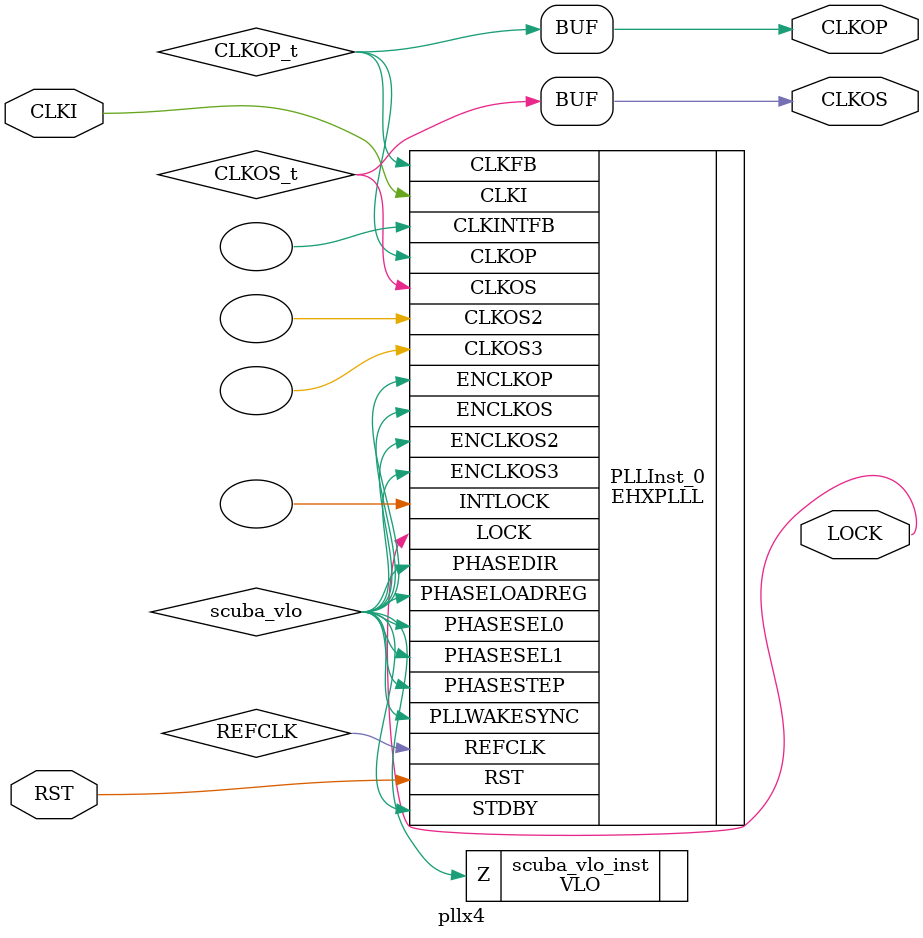
<source format=v>
/* Verilog netlist generated by SCUBA Diamond (64-bit) 3.3.0.109 */
/* Module Version: 5.6 */
/* C:\lscc\diamond\3.3_x64\ispfpga\bin\nt64\scuba.exe -w -n pllx4 -lang verilog -synth synplify -bus_exp 7 -bb -arch sa5p00m -type pll -fin 75 -fclkop 300 -fclkop_tol 0.0 -fclkos 300 -fclkos_tol 0.0 -phases 90 -phase_cntl STATIC -rst -lock -fb_mode 1 -fdc D:/DESKTOP/RD_WORK/rd1184/rd1184/source/verilog/ipexpress/ecp5/pix2byte_RGB888_2lane/pllx4/pllx4.fdc  */
/* Sun Dec 21 22:26:51 2014 */


`timescale 1 ns / 1 ps
module pllx4 (CLKI, RST, CLKOP, CLKOS, LOCK)/* synthesis syn_noprune=1 *//* synthesis NGD_DRC_MASK=1 */;// exemplar attribute pllx4 dont_touch true 
    input wire CLKI;
    input wire RST;
    output wire CLKOP;
    output wire CLKOS;
    output wire LOCK;

    wire REFCLK;
    wire CLKOS_t;
    wire CLKOP_t;
    wire scuba_vhi;
    wire scuba_vlo;

    VHI scuba_vhi_inst (.Z(scuba_vhi));

    VLO scuba_vlo_inst (.Z(scuba_vlo));

    defparam PLLInst_0.PLLRST_ENA = "ENABLED" ;
    defparam PLLInst_0.INTFB_WAKE = "DISABLED" ;
    defparam PLLInst_0.STDBY_ENABLE = "DISABLED" ;
    defparam PLLInst_0.DPHASE_SOURCE = "DISABLED" ;
    defparam PLLInst_0.CLKOS3_FPHASE = 0 ;
    defparam PLLInst_0.CLKOS3_CPHASE = 0 ;
    defparam PLLInst_0.CLKOS2_FPHASE = 0 ;
    defparam PLLInst_0.CLKOS2_CPHASE = 0 ;
    defparam PLLInst_0.CLKOS_FPHASE = 4 ;
    defparam PLLInst_0.CLKOS_CPHASE = 1 ;
    defparam PLLInst_0.CLKOP_FPHASE = 0 ;
    defparam PLLInst_0.CLKOP_CPHASE = 1 ;
    defparam PLLInst_0.PLL_LOCK_MODE = 0 ;
    defparam PLLInst_0.CLKOS_TRIM_DELAY = 0 ;
    defparam PLLInst_0.CLKOS_TRIM_POL = "FALLING" ;
    defparam PLLInst_0.CLKOP_TRIM_DELAY = 0 ;
    defparam PLLInst_0.CLKOP_TRIM_POL = "FALLING" ;
    defparam PLLInst_0.OUTDIVIDER_MUXD = "DIVD" ;
    defparam PLLInst_0.CLKOS3_ENABLE = "DISABLED" ;
    defparam PLLInst_0.OUTDIVIDER_MUXC = "DIVC" ;
    defparam PLLInst_0.CLKOS2_ENABLE = "DISABLED" ;
    defparam PLLInst_0.OUTDIVIDER_MUXB = "DIVB" ;
    defparam PLLInst_0.CLKOS_ENABLE = "ENABLED" ;
    defparam PLLInst_0.OUTDIVIDER_MUXA = "DIVA" ;
    defparam PLLInst_0.CLKOP_ENABLE = "ENABLED" ;
    defparam PLLInst_0.CLKOS3_DIV = 1 ;
    defparam PLLInst_0.CLKOS2_DIV = 1 ;
    defparam PLLInst_0.CLKOS_DIV = 2 ;
    defparam PLLInst_0.CLKOP_DIV = 2 ;
    defparam PLLInst_0.CLKFB_DIV = 4 ;
    defparam PLLInst_0.CLKI_DIV = 1 ;
    defparam PLLInst_0.FEEDBK_PATH = "CLKOP" ;
    EHXPLLL PLLInst_0 (.CLKI(CLKI), .CLKFB(CLKOP_t), .PHASESEL1(scuba_vlo), 
        .PHASESEL0(scuba_vlo), .PHASEDIR(scuba_vlo), .PHASESTEP(scuba_vlo), 
        .PHASELOADREG(scuba_vlo), .STDBY(scuba_vlo), .PLLWAKESYNC(scuba_vlo), 
        .RST(RST), .ENCLKOP(scuba_vlo), .ENCLKOS(scuba_vlo), .ENCLKOS2(scuba_vlo), 
        .ENCLKOS3(scuba_vlo), .CLKOP(CLKOP_t), .CLKOS(CLKOS_t), .CLKOS2(), 
        .CLKOS3(), .LOCK(LOCK), .INTLOCK(), .REFCLK(REFCLK), .CLKINTFB())
             /* synthesis FREQUENCY_PIN_CLKOS="300.000000" */
             /* synthesis FREQUENCY_PIN_CLKOP="300.000000" */
             /* synthesis FREQUENCY_PIN_CLKI="75.000000" */
             /* synthesis ICP_CURRENT="9" */
             /* synthesis LPF_RESISTOR="8" */;

    assign CLKOS = CLKOS_t;
    assign CLKOP = CLKOP_t;


    // exemplar begin
    // exemplar attribute PLLInst_0 FREQUENCY_PIN_CLKOS 300.000000
    // exemplar attribute PLLInst_0 FREQUENCY_PIN_CLKOP 300.000000
    // exemplar attribute PLLInst_0 FREQUENCY_PIN_CLKI 75.000000
    // exemplar attribute PLLInst_0 ICP_CURRENT 9
    // exemplar attribute PLLInst_0 LPF_RESISTOR 8
    // exemplar end

endmodule

</source>
